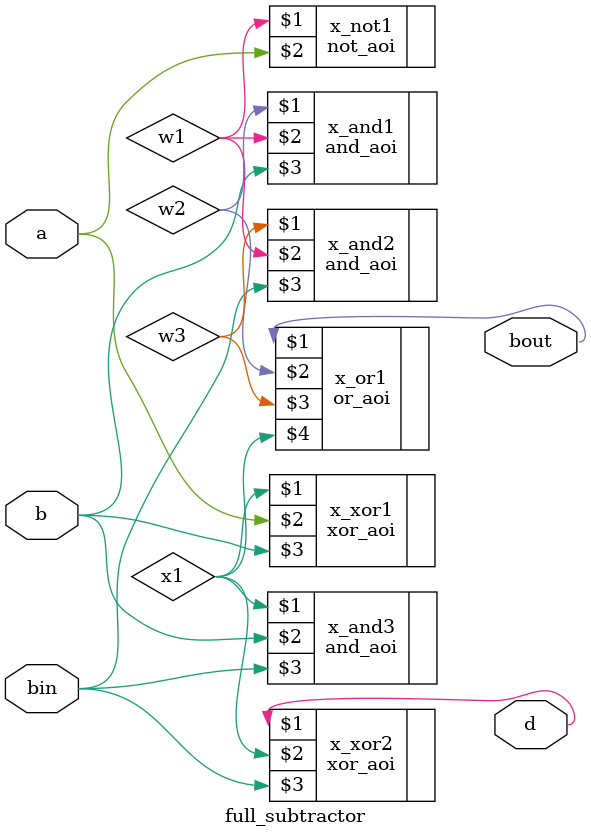
<source format=v>
`include "basic_gates.v"
module full_subtractor
(
    input  a,
    input  b,
    input  bin,
    output d,
    output bout
);

    wire x1, w1, w2, w3;

    xor_aoi x_xor1(x1, a, b);
    xor_aoi x_xor2(d, x1, bin);

    not_aoi x_not1(w1, a);

    and_aoi x_and1(w2, w1, b);
    and_aoi x_and2(w3, w1, bin);
    and_aoi x_and3(x1, b, bin);

    or_aoi x_or1(bout, w2, w3, x1);

endmodule
</source>
